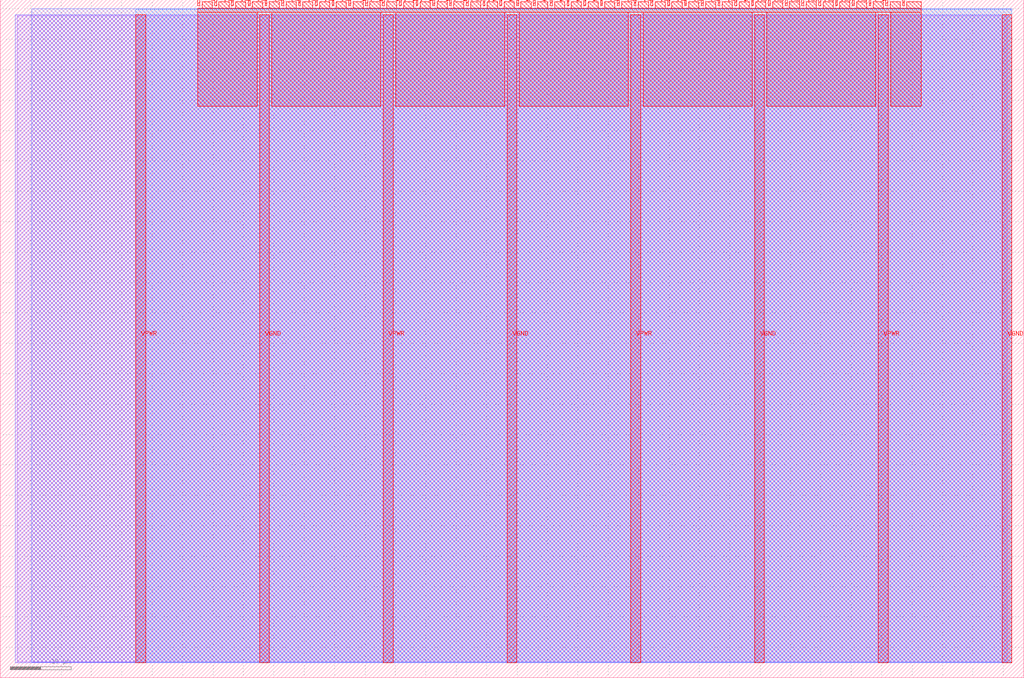
<source format=lef>
VERSION 5.7 ;
  NOWIREEXTENSIONATPIN ON ;
  DIVIDERCHAR "/" ;
  BUSBITCHARS "[]" ;
MACRO tt_um_gfg_development_tros
  CLASS BLOCK ;
  FOREIGN tt_um_gfg_development_tros ;
  ORIGIN 0.000 0.000 ;
  SIZE 168.360 BY 111.520 ;
  PIN VGND
    DIRECTION INOUT ;
    USE GROUND ;
    PORT
      LAYER met4 ;
        RECT 42.670 2.480 44.270 109.040 ;
    END
    PORT
      LAYER met4 ;
        RECT 83.380 2.480 84.980 109.040 ;
    END
    PORT
      LAYER met4 ;
        RECT 124.090 2.480 125.690 109.040 ;
    END
    PORT
      LAYER met4 ;
        RECT 164.800 2.480 166.400 109.040 ;
    END
  END VGND
  PIN VPWR
    DIRECTION INOUT ;
    USE POWER ;
    PORT
      LAYER met4 ;
        RECT 22.315 2.480 23.915 109.040 ;
    END
    PORT
      LAYER met4 ;
        RECT 63.025 2.480 64.625 109.040 ;
    END
    PORT
      LAYER met4 ;
        RECT 103.735 2.480 105.335 109.040 ;
    END
    PORT
      LAYER met4 ;
        RECT 144.445 2.480 146.045 109.040 ;
    END
  END VPWR
  PIN clk
    DIRECTION INPUT ;
    USE SIGNAL ;
    ANTENNAGATEAREA 0.852000 ;
    PORT
      LAYER met4 ;
        RECT 145.670 110.520 145.970 111.520 ;
    END
  END clk
  PIN ena
    DIRECTION INPUT ;
    USE SIGNAL ;
    ANTENNAGATEAREA 0.213000 ;
    PORT
      LAYER met4 ;
        RECT 148.430 110.520 148.730 111.520 ;
    END
  END ena
  PIN rst_n
    DIRECTION INPUT ;
    USE SIGNAL ;
    PORT
      LAYER met4 ;
        RECT 142.910 110.520 143.210 111.520 ;
    END
  END rst_n
  PIN ui_in[0]
    DIRECTION INPUT ;
    USE SIGNAL ;
    ANTENNAGATEAREA 0.213000 ;
    PORT
      LAYER met4 ;
        RECT 140.150 110.520 140.450 111.520 ;
    END
  END ui_in[0]
  PIN ui_in[1]
    DIRECTION INPUT ;
    USE SIGNAL ;
    ANTENNAGATEAREA 0.213000 ;
    PORT
      LAYER met4 ;
        RECT 137.390 110.520 137.690 111.520 ;
    END
  END ui_in[1]
  PIN ui_in[2]
    DIRECTION INPUT ;
    USE SIGNAL ;
    ANTENNAGATEAREA 0.196500 ;
    PORT
      LAYER met4 ;
        RECT 134.630 110.520 134.930 111.520 ;
    END
  END ui_in[2]
  PIN ui_in[3]
    DIRECTION INPUT ;
    USE SIGNAL ;
    ANTENNAGATEAREA 0.196500 ;
    PORT
      LAYER met4 ;
        RECT 131.870 110.520 132.170 111.520 ;
    END
  END ui_in[3]
  PIN ui_in[4]
    DIRECTION INPUT ;
    USE SIGNAL ;
    ANTENNAGATEAREA 0.196500 ;
    PORT
      LAYER met4 ;
        RECT 129.110 110.520 129.410 111.520 ;
    END
  END ui_in[4]
  PIN ui_in[5]
    DIRECTION INPUT ;
    USE SIGNAL ;
    ANTENNAGATEAREA 0.126000 ;
    PORT
      LAYER met4 ;
        RECT 126.350 110.520 126.650 111.520 ;
    END
  END ui_in[5]
  PIN ui_in[6]
    DIRECTION INPUT ;
    USE SIGNAL ;
    ANTENNAGATEAREA 0.159000 ;
    PORT
      LAYER met4 ;
        RECT 123.590 110.520 123.890 111.520 ;
    END
  END ui_in[6]
  PIN ui_in[7]
    DIRECTION INPUT ;
    USE SIGNAL ;
    ANTENNAGATEAREA 0.159000 ;
    PORT
      LAYER met4 ;
        RECT 120.830 110.520 121.130 111.520 ;
    END
  END ui_in[7]
  PIN uio_in[0]
    DIRECTION INPUT ;
    USE SIGNAL ;
    PORT
      LAYER met4 ;
        RECT 118.070 110.520 118.370 111.520 ;
    END
  END uio_in[0]
  PIN uio_in[1]
    DIRECTION INPUT ;
    USE SIGNAL ;
    PORT
      LAYER met4 ;
        RECT 115.310 110.520 115.610 111.520 ;
    END
  END uio_in[1]
  PIN uio_in[2]
    DIRECTION INPUT ;
    USE SIGNAL ;
    PORT
      LAYER met4 ;
        RECT 112.550 110.520 112.850 111.520 ;
    END
  END uio_in[2]
  PIN uio_in[3]
    DIRECTION INPUT ;
    USE SIGNAL ;
    PORT
      LAYER met4 ;
        RECT 109.790 110.520 110.090 111.520 ;
    END
  END uio_in[3]
  PIN uio_in[4]
    DIRECTION INPUT ;
    USE SIGNAL ;
    PORT
      LAYER met4 ;
        RECT 107.030 110.520 107.330 111.520 ;
    END
  END uio_in[4]
  PIN uio_in[5]
    DIRECTION INPUT ;
    USE SIGNAL ;
    PORT
      LAYER met4 ;
        RECT 104.270 110.520 104.570 111.520 ;
    END
  END uio_in[5]
  PIN uio_in[6]
    DIRECTION INPUT ;
    USE SIGNAL ;
    PORT
      LAYER met4 ;
        RECT 101.510 110.520 101.810 111.520 ;
    END
  END uio_in[6]
  PIN uio_in[7]
    DIRECTION INPUT ;
    USE SIGNAL ;
    PORT
      LAYER met4 ;
        RECT 98.750 110.520 99.050 111.520 ;
    END
  END uio_in[7]
  PIN uio_oe[0]
    DIRECTION OUTPUT TRISTATE ;
    USE SIGNAL ;
    PORT
      LAYER met4 ;
        RECT 51.830 110.520 52.130 111.520 ;
    END
  END uio_oe[0]
  PIN uio_oe[1]
    DIRECTION OUTPUT TRISTATE ;
    USE SIGNAL ;
    PORT
      LAYER met4 ;
        RECT 49.070 110.520 49.370 111.520 ;
    END
  END uio_oe[1]
  PIN uio_oe[2]
    DIRECTION OUTPUT TRISTATE ;
    USE SIGNAL ;
    PORT
      LAYER met4 ;
        RECT 46.310 110.520 46.610 111.520 ;
    END
  END uio_oe[2]
  PIN uio_oe[3]
    DIRECTION OUTPUT TRISTATE ;
    USE SIGNAL ;
    PORT
      LAYER met4 ;
        RECT 43.550 110.520 43.850 111.520 ;
    END
  END uio_oe[3]
  PIN uio_oe[4]
    DIRECTION OUTPUT TRISTATE ;
    USE SIGNAL ;
    PORT
      LAYER met4 ;
        RECT 40.790 110.520 41.090 111.520 ;
    END
  END uio_oe[4]
  PIN uio_oe[5]
    DIRECTION OUTPUT TRISTATE ;
    USE SIGNAL ;
    PORT
      LAYER met4 ;
        RECT 38.030 110.520 38.330 111.520 ;
    END
  END uio_oe[5]
  PIN uio_oe[6]
    DIRECTION OUTPUT TRISTATE ;
    USE SIGNAL ;
    PORT
      LAYER met4 ;
        RECT 35.270 110.520 35.570 111.520 ;
    END
  END uio_oe[6]
  PIN uio_oe[7]
    DIRECTION OUTPUT TRISTATE ;
    USE SIGNAL ;
    PORT
      LAYER met4 ;
        RECT 32.510 110.520 32.810 111.520 ;
    END
  END uio_oe[7]
  PIN uio_out[0]
    DIRECTION OUTPUT TRISTATE ;
    USE SIGNAL ;
    PORT
      LAYER met4 ;
        RECT 73.910 110.520 74.210 111.520 ;
    END
  END uio_out[0]
  PIN uio_out[1]
    DIRECTION OUTPUT TRISTATE ;
    USE SIGNAL ;
    PORT
      LAYER met4 ;
        RECT 71.150 110.520 71.450 111.520 ;
    END
  END uio_out[1]
  PIN uio_out[2]
    DIRECTION OUTPUT TRISTATE ;
    USE SIGNAL ;
    PORT
      LAYER met4 ;
        RECT 68.390 110.520 68.690 111.520 ;
    END
  END uio_out[2]
  PIN uio_out[3]
    DIRECTION OUTPUT TRISTATE ;
    USE SIGNAL ;
    PORT
      LAYER met4 ;
        RECT 65.630 110.520 65.930 111.520 ;
    END
  END uio_out[3]
  PIN uio_out[4]
    DIRECTION OUTPUT TRISTATE ;
    USE SIGNAL ;
    PORT
      LAYER met4 ;
        RECT 62.870 110.520 63.170 111.520 ;
    END
  END uio_out[4]
  PIN uio_out[5]
    DIRECTION OUTPUT TRISTATE ;
    USE SIGNAL ;
    PORT
      LAYER met4 ;
        RECT 60.110 110.520 60.410 111.520 ;
    END
  END uio_out[5]
  PIN uio_out[6]
    DIRECTION OUTPUT TRISTATE ;
    USE SIGNAL ;
    PORT
      LAYER met4 ;
        RECT 57.350 110.520 57.650 111.520 ;
    END
  END uio_out[6]
  PIN uio_out[7]
    DIRECTION OUTPUT TRISTATE ;
    USE SIGNAL ;
    PORT
      LAYER met4 ;
        RECT 54.590 110.520 54.890 111.520 ;
    END
  END uio_out[7]
  PIN uo_out[0]
    DIRECTION OUTPUT TRISTATE ;
    USE SIGNAL ;
    ANTENNADIFFAREA 0.445500 ;
    PORT
      LAYER met4 ;
        RECT 95.990 110.520 96.290 111.520 ;
    END
  END uo_out[0]
  PIN uo_out[1]
    DIRECTION OUTPUT TRISTATE ;
    USE SIGNAL ;
    PORT
      LAYER met4 ;
        RECT 93.230 110.520 93.530 111.520 ;
    END
  END uo_out[1]
  PIN uo_out[2]
    DIRECTION OUTPUT TRISTATE ;
    USE SIGNAL ;
    PORT
      LAYER met4 ;
        RECT 90.470 110.520 90.770 111.520 ;
    END
  END uo_out[2]
  PIN uo_out[3]
    DIRECTION OUTPUT TRISTATE ;
    USE SIGNAL ;
    PORT
      LAYER met4 ;
        RECT 87.710 110.520 88.010 111.520 ;
    END
  END uo_out[3]
  PIN uo_out[4]
    DIRECTION OUTPUT TRISTATE ;
    USE SIGNAL ;
    PORT
      LAYER met4 ;
        RECT 84.950 110.520 85.250 111.520 ;
    END
  END uo_out[4]
  PIN uo_out[5]
    DIRECTION OUTPUT TRISTATE ;
    USE SIGNAL ;
    ANTENNADIFFAREA 0.795200 ;
    PORT
      LAYER met4 ;
        RECT 82.190 110.520 82.490 111.520 ;
    END
  END uo_out[5]
  PIN uo_out[6]
    DIRECTION OUTPUT TRISTATE ;
    USE SIGNAL ;
    ANTENNADIFFAREA 0.445500 ;
    PORT
      LAYER met4 ;
        RECT 79.430 110.520 79.730 111.520 ;
    END
  END uo_out[6]
  PIN uo_out[7]
    DIRECTION OUTPUT TRISTATE ;
    USE SIGNAL ;
    ANTENNADIFFAREA 0.795200 ;
    PORT
      LAYER met4 ;
        RECT 76.670 110.520 76.970 111.520 ;
    END
  END uo_out[7]
  OBS
      LAYER li1 ;
        RECT 2.760 2.635 165.600 108.885 ;
      LAYER met1 ;
        RECT 2.460 2.480 166.400 109.040 ;
      LAYER met2 ;
        RECT 5.160 2.535 166.370 110.005 ;
      LAYER met3 ;
        RECT 22.325 2.555 166.390 109.985 ;
      LAYER met4 ;
        RECT 33.210 110.120 34.870 111.170 ;
        RECT 35.970 110.120 37.630 111.170 ;
        RECT 38.730 110.120 40.390 111.170 ;
        RECT 41.490 110.120 43.150 111.170 ;
        RECT 44.250 110.120 45.910 111.170 ;
        RECT 47.010 110.120 48.670 111.170 ;
        RECT 49.770 110.120 51.430 111.170 ;
        RECT 52.530 110.120 54.190 111.170 ;
        RECT 55.290 110.120 56.950 111.170 ;
        RECT 58.050 110.120 59.710 111.170 ;
        RECT 60.810 110.120 62.470 111.170 ;
        RECT 63.570 110.120 65.230 111.170 ;
        RECT 66.330 110.120 67.990 111.170 ;
        RECT 69.090 110.120 70.750 111.170 ;
        RECT 71.850 110.120 73.510 111.170 ;
        RECT 74.610 110.120 76.270 111.170 ;
        RECT 77.370 110.120 79.030 111.170 ;
        RECT 80.130 110.120 81.790 111.170 ;
        RECT 82.890 110.120 84.550 111.170 ;
        RECT 85.650 110.120 87.310 111.170 ;
        RECT 88.410 110.120 90.070 111.170 ;
        RECT 91.170 110.120 92.830 111.170 ;
        RECT 93.930 110.120 95.590 111.170 ;
        RECT 96.690 110.120 98.350 111.170 ;
        RECT 99.450 110.120 101.110 111.170 ;
        RECT 102.210 110.120 103.870 111.170 ;
        RECT 104.970 110.120 106.630 111.170 ;
        RECT 107.730 110.120 109.390 111.170 ;
        RECT 110.490 110.120 112.150 111.170 ;
        RECT 113.250 110.120 114.910 111.170 ;
        RECT 116.010 110.120 117.670 111.170 ;
        RECT 118.770 110.120 120.430 111.170 ;
        RECT 121.530 110.120 123.190 111.170 ;
        RECT 124.290 110.120 125.950 111.170 ;
        RECT 127.050 110.120 128.710 111.170 ;
        RECT 129.810 110.120 131.470 111.170 ;
        RECT 132.570 110.120 134.230 111.170 ;
        RECT 135.330 110.120 136.990 111.170 ;
        RECT 138.090 110.120 139.750 111.170 ;
        RECT 140.850 110.120 142.510 111.170 ;
        RECT 143.610 110.120 145.270 111.170 ;
        RECT 146.370 110.120 148.030 111.170 ;
        RECT 149.130 110.120 151.505 111.170 ;
        RECT 32.495 109.440 151.505 110.120 ;
        RECT 32.495 94.015 42.270 109.440 ;
        RECT 44.670 94.015 62.625 109.440 ;
        RECT 65.025 94.015 82.980 109.440 ;
        RECT 85.380 94.015 103.335 109.440 ;
        RECT 105.735 94.015 123.690 109.440 ;
        RECT 126.090 94.015 144.045 109.440 ;
        RECT 146.445 94.015 151.505 109.440 ;
  END
END tt_um_gfg_development_tros
END LIBRARY


</source>
